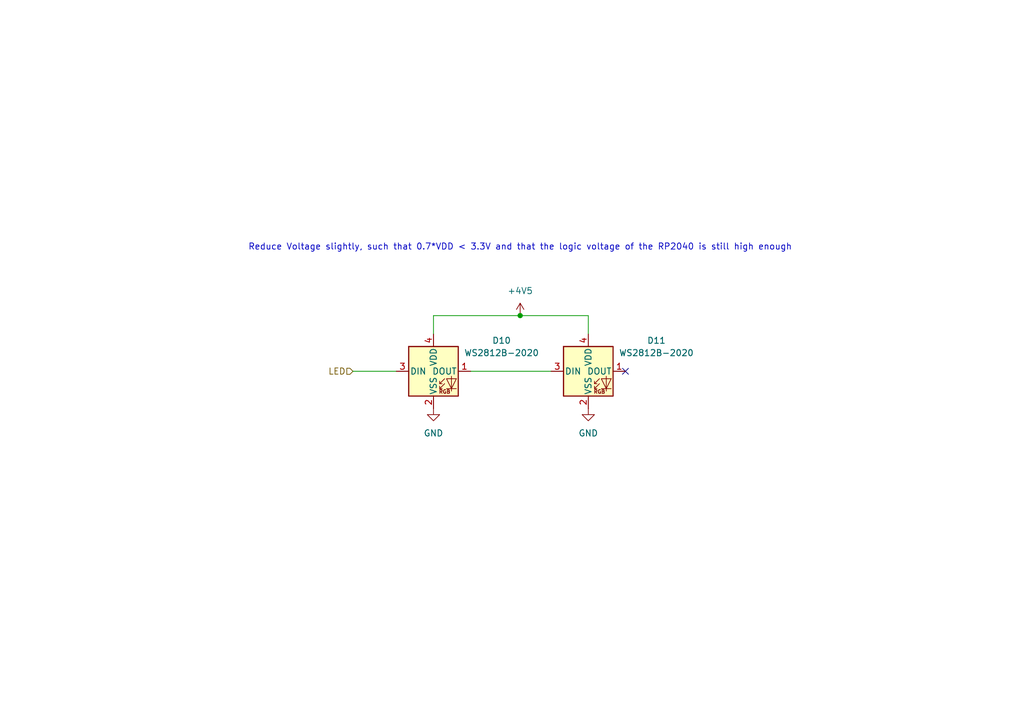
<source format=kicad_sch>
(kicad_sch (version 20250114) (generator "eeschema") (generator_version "9.0")
  (paper "A5")
  (lib_symbols
    (symbol "WS2812B-2020_1" (pin_names (offset 0.254))
      (property "Reference" "D" (at 5.08 5.715 0))
      (property "Value" "WS2812B-2020" (at 1.27 -5.715 0))
      (symbol "WS2812B-2020_1_0_0"
        (text "RGB" (at 2.286 -4.191 0) (effects (font (size 0.762 0.762))))
      )
      (symbol "WS2812B-2020_1_0_1"
        (polyline (pts (xy 1.27 -2.54) (xy 1.778 -2.54)))
        (polyline (pts (xy 1.27 -3.556) (xy 1.778 -3.556)))
        (polyline (pts (xy 2.286 -1.524) (xy 1.27 -2.54) (xy 1.27 -2.032)))
        (polyline (pts (xy 2.286 -2.54) (xy 1.27 -3.556) (xy 1.27 -3.048)))
        (polyline (pts (xy 3.683 -1.016) (xy 3.683 -3.556) (xy 3.683 -4.064)))
        (polyline (pts (xy 4.699 -1.524) (xy 2.667 -1.524) (xy 3.683 -3.556) (xy 4.699 -1.524)))
        (polyline (pts (xy 4.699 -3.556) (xy 2.667 -3.556)))
        (rectangle (start 5.08 5.08) (end -5.08 -5.08) (stroke (width 0.254)) (fill (type background)))
      )
      (symbol "WS2812B-2020_1_1_1"
        (pin input line (at -7.62 0 0) (length 2.54) (name "DIN") (number "3"))
        (pin power_in line (at 0 7.62 270) (length 2.54) (name "VDD") (number "4"))
        (pin power_in line (at 0 -7.62 90) (length 2.54) (name "VSS") (number "2"))
        (pin output line (at 7.62 0 180) (length 2.54) (name "DOUT") (number "1"))
      )
    )
    (symbol "power:+5V" (power) (pin_numbers (hide yes)) (pin_names (offset 0) (hide yes))
      (property "Value" "+5V" (at 0 3.556 0))
      (symbol "+5V_0_1"
        (polyline (pts (xy -0.762 1.27) (xy 0 2.54)))
        (polyline (pts (xy 0 2.54) (xy 0.762 1.27)))
        (polyline (pts (xy 0 0) (xy 0 2.54)))
      )
      (symbol "+5V_1_1"
        (pin power_in line (at 0 0 90) (length 0) (name "~") (number "1"))
      )
    )
    (symbol "power:GND" (power) (pin_numbers (hide yes)) (pin_names (offset 0) (hide yes))
      (property "Value" "GND" (at 0 -3.81 0))
      (symbol "GND_0_1"
        (polyline (pts (xy 0 0) (xy 0 -1.27) (xy 1.27 -1.27) (xy 0 -2.54) (xy -1.27 -1.27) (xy 0 -1.27)))
      )
      (symbol "GND_1_1"
        (pin power_in line (at 0 0 270) (length 0) (name "~") (number "1"))
      )
    )
  )
  (text "Reduce Voltage slightly, such that 0.7*VDD < 3.3V and that the logic voltage of the RP2040 is still high enough\n" (at 106.68 50.8 0) (effects (font (size 1.27 1.27))))
  (junction (at 106.68 64.77))
  (no_connect (at 128.27 76.2))
  (wire (pts (xy 96.52 76.2) (xy 113.03 76.2)))
  (wire (pts (xy 106.68 64.77) (xy 88.9 64.77)))
  (wire (pts (xy 88.9 64.77) (xy 88.9 68.58)))
  (wire (pts (xy 120.65 64.77) (xy 106.68 64.77)))
  (wire (pts (xy 120.65 68.58) (xy 120.65 64.77)))
  (wire (pts (xy 72.39 76.2) (xy 81.28 76.2)))
  (hierarchical_label "LED" (shape input) (at 72.39 76.2 180))
  (symbol (lib_id "power:+5V") (at 106.68 64.77 0) (unit 1)
    (property "Reference" "#PWR0105" (effects (hide yes)))
    (property "Value" "+4V5" (at 106.68 59.69 0))
    (property "Description" "Power symbol creates a global label with name \"+5V\"" (effects (hide yes)))
  )
  (symbol (lib_id "power:GND") (at 88.9 83.82 0) (unit 1)
    (property "Reference" "#PWR069" (effects (hide yes)))
    (property "Value" "GND" (at 88.9 88.9 0))
    (property "Description" "Power symbol creates a global label with name \"GND\" , ground" (effects (hide yes)))
  )
  (symbol (lib_id "power:GND") (at 120.65 83.82 0) (unit 1)
    (property "Reference" "#PWR070" (effects (hide yes)))
    (property "Value" "GND" (at 120.65 88.9 0))
    (property "Description" "Power symbol creates a global label with name \"GND\" , ground" (effects (hide yes)))
  )
  (symbol (lib_name "WS2812B-2020_1") (lib_id "LED:WS2812B-2020") (at 88.9 76.2 0) (unit 1)
    (property "Reference" "D10" (at 102.87 69.8814 0))
    (property "Value" "WS2812B-2020" (at 102.87 72.4214 0))
    (property "Footprint" "LED_SMD:LED_WS2812B-2020_PLCC4_2.0x2.0mm" (effects (hide yes)))
    (property "Datasheet" "https://cdn-shop.adafruit.com/product-files/4684/4684_WS2812B-2020_V1.3_EN.pdf" (effects (hide yes)))
    (property "Description" "RGB LED with integrated controller, 2.0 x 2.0 mm, 12 mA" (effects (hide yes)))
  )
  (symbol (lib_name "WS2812B-2020_1") (lib_id "LED:WS2812B-2020") (at 120.65 76.2 0) (unit 1)
    (property "Reference" "D11" (at 134.62 69.8814 0))
    (property "Value" "WS2812B-2020" (at 134.62 72.4214 0))
    (property "Footprint" "LED_SMD:LED_WS2812B-2020_PLCC4_2.0x2.0mm" (effects (hide yes)))
    (property "Datasheet" "https://cdn-shop.adafruit.com/product-files/4684/4684_WS2812B-2020_V1.3_EN.pdf" (effects (hide yes)))
    (property "Description" "RGB LED with integrated controller, 2.0 x 2.0 mm, 12 mA" (effects (hide yes)))
  )
)
</source>
